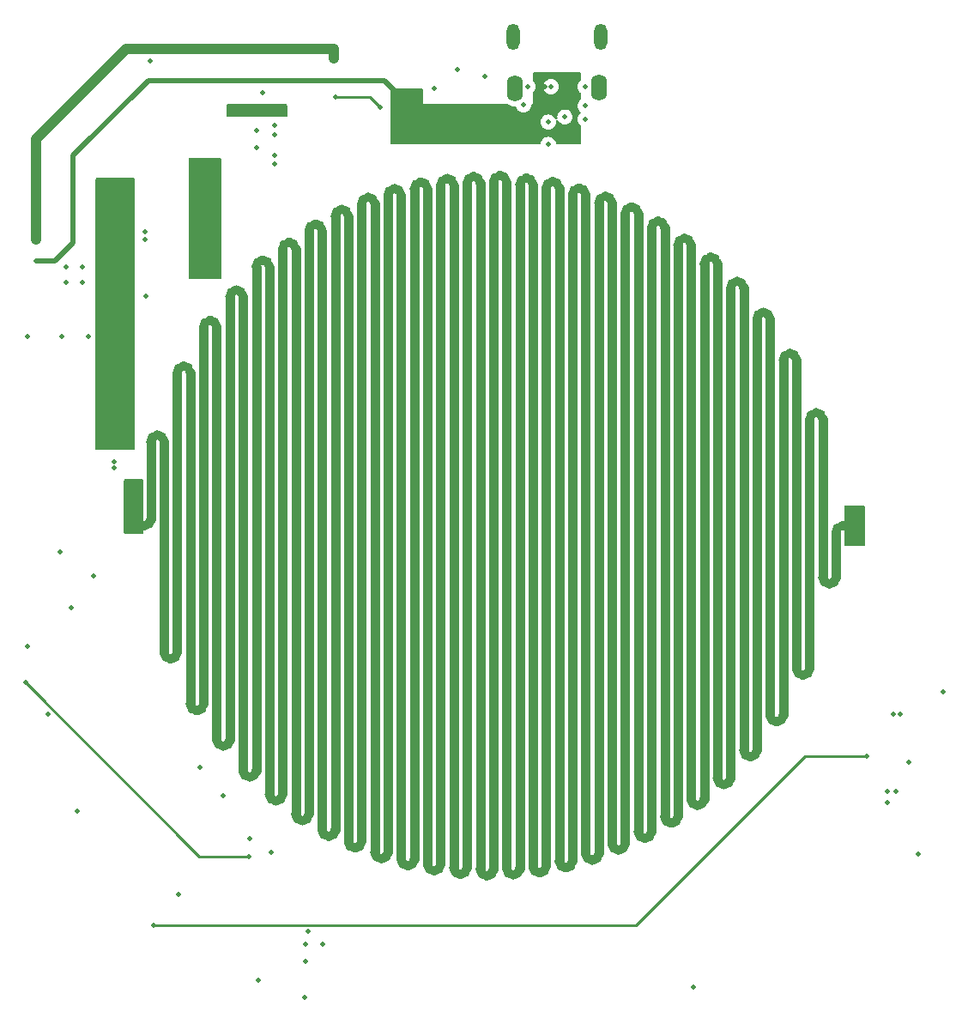
<source format=gbr>
%TF.GenerationSoftware,KiCad,Pcbnew,7.0.2*%
%TF.CreationDate,2024-06-02T17:27:24+02:00*%
%TF.ProjectId,Podgrzewacz,506f6467-727a-4657-9761-637a2e6b6963,rev?*%
%TF.SameCoordinates,Original*%
%TF.FileFunction,Copper,L3,Inr*%
%TF.FilePolarity,Positive*%
%FSLAX46Y46*%
G04 Gerber Fmt 4.6, Leading zero omitted, Abs format (unit mm)*
G04 Created by KiCad (PCBNEW 7.0.2) date 2024-06-02 17:27:24*
%MOMM*%
%LPD*%
G01*
G04 APERTURE LIST*
%TA.AperFunction,ComponentPad*%
%ADD10O,1.300000X2.600000*%
%TD*%
%TA.AperFunction,ComponentPad*%
%ADD11O,1.600000X2.600000*%
%TD*%
%TA.AperFunction,ViaPad*%
%ADD12C,0.500000*%
%TD*%
%TA.AperFunction,Conductor*%
%ADD13C,0.500000*%
%TD*%
%TA.AperFunction,Conductor*%
%ADD14C,1.000000*%
%TD*%
%TA.AperFunction,Conductor*%
%ADD15C,0.250000*%
%TD*%
%TA.AperFunction,Conductor*%
%ADD16C,0.900000*%
%TD*%
G04 APERTURE END LIST*
D10*
%TO.N,GND*%
%TO.C,J1*%
X160940000Y-61800000D03*
X152300000Y-61800000D03*
D11*
X160750903Y-66807377D03*
X152503200Y-66850000D03*
%TD*%
D12*
%TO.N,VOUT*%
X114500000Y-78200000D03*
X112000000Y-98100000D03*
X112000000Y-96000000D03*
X111700000Y-76400000D03*
X114300000Y-96000000D03*
X114500000Y-76400000D03*
X114300000Y-98100000D03*
X111700000Y-78200000D03*
%TO.N,+3.3V*%
X122800000Y-84700000D03*
X121100000Y-84700000D03*
X122800000Y-74500000D03*
X121000000Y-74500000D03*
%TO.N,Net-(U1-SW)*%
X129100000Y-69400000D03*
X129700000Y-68800000D03*
X124600000Y-68800000D03*
X125200000Y-69400000D03*
X129700000Y-69400000D03*
X124600000Y-69400000D03*
X129100000Y-68800000D03*
X125200000Y-68800000D03*
%TO.N,Vbus*%
X140600000Y-68700000D03*
X155416812Y-66694541D03*
X142100000Y-70400000D03*
X105200000Y-83900000D03*
X140628602Y-70371398D03*
X155220000Y-68600000D03*
X142100000Y-68700000D03*
X157920000Y-66700000D03*
X157820000Y-68600000D03*
%TO.N,CC2*%
X157420000Y-69700000D03*
X156052076Y-66684497D03*
%TO.N,SensorIN*%
X192300000Y-142400000D03*
%TO.N,Net-(IC1-VCC)*%
X134600000Y-63000000D03*
X105200000Y-81800002D03*
X105200000Y-81200000D03*
X134600000Y-63900000D03*
%TO.N,Net-(Q3-G)*%
X134800000Y-67700000D03*
X139200000Y-68700000D03*
%TO.N,SensorOUT*%
X187200000Y-132700000D03*
X116800000Y-149400000D03*
%TO.N,85DEG*%
X126250001Y-142649999D03*
X104200002Y-125500000D03*
%TO.N,GND*%
X112900000Y-103700000D03*
X153320000Y-68500000D03*
X116000000Y-81800000D03*
X131700000Y-156500000D03*
X153745001Y-66700000D03*
X108700000Y-118100000D03*
X127000000Y-72700000D03*
X116100000Y-87400000D03*
X132082791Y-149974500D03*
X186000000Y-111600000D03*
X127000000Y-71000000D03*
X108200000Y-86000000D03*
X119300000Y-146400000D03*
X108200000Y-84500000D03*
X170100000Y-155500000D03*
X109800000Y-84500000D03*
X144500000Y-66900000D03*
X186000000Y-110700000D03*
X189200000Y-136200000D03*
X159420000Y-66700000D03*
X121400000Y-133800000D03*
X128400000Y-142200000D03*
X110400000Y-91300000D03*
X128800000Y-74300000D03*
X123700000Y-136600000D03*
X128800000Y-70500000D03*
X186000000Y-108500000D03*
X114300000Y-109100000D03*
X107600000Y-112600000D03*
X104400000Y-91300000D03*
X116500000Y-64200000D03*
X127200000Y-154800000D03*
X109800000Y-86000000D03*
X155770500Y-72400000D03*
X159420000Y-68600000D03*
X104400000Y-121900000D03*
X126300000Y-140900000D03*
X106400000Y-128600000D03*
X194700000Y-126400000D03*
X109300000Y-138200000D03*
X116000000Y-81000000D03*
X114300000Y-106800000D03*
X131800000Y-153000000D03*
X128800000Y-73500000D03*
X128800000Y-71400000D03*
X159420000Y-69900000D03*
X127600000Y-67300000D03*
X189800000Y-128600000D03*
X112900000Y-104300000D03*
X114300000Y-108000000D03*
X186000000Y-109300000D03*
X190500000Y-128600000D03*
X155770500Y-70200000D03*
X114300000Y-105700000D03*
X189200000Y-137300000D03*
X110900000Y-115000000D03*
X149500000Y-65700000D03*
X191300000Y-133300000D03*
X133500000Y-151300000D03*
X107800000Y-91300000D03*
X131800000Y-151300000D03*
X146800000Y-65000000D03*
X190100000Y-136200000D03*
%TD*%
D13*
%TO.N,Vbus*%
X139600000Y-66100000D02*
X140600000Y-67100000D01*
X105200000Y-83900000D02*
X107100000Y-83900000D01*
X140600000Y-67100000D02*
X140600000Y-70342796D01*
X108900000Y-73500000D02*
X116300000Y-66100000D01*
X140628602Y-71771398D02*
X140628602Y-70371398D01*
X140600000Y-70342796D02*
X140628602Y-70371398D01*
X116300000Y-66100000D02*
X139600000Y-66100000D01*
X107100000Y-83900000D02*
X108900000Y-82100000D01*
X108900000Y-82100000D02*
X108900000Y-73500000D01*
D14*
%TO.N,Net-(IC1-VCC)*%
X105200000Y-71900000D02*
X105200000Y-81800002D01*
X114100000Y-63000000D02*
X105200000Y-71900000D01*
X134600000Y-63900000D02*
X134600000Y-63000000D01*
X134600000Y-63000000D02*
X114100000Y-63000000D01*
D15*
%TO.N,Net-(Q3-G)*%
X134800000Y-67700000D02*
X138200000Y-67700000D01*
X138200000Y-67700000D02*
X139200000Y-68700000D01*
%TO.N,SensorOUT*%
X116800000Y-149400000D02*
X164400000Y-149400000D01*
X164400000Y-149400000D02*
X181100000Y-132700000D01*
X181100000Y-132700000D02*
X187200000Y-132700000D01*
%TO.N,85DEG*%
X104200000Y-125500000D02*
X121350000Y-142650000D01*
X121350000Y-142650000D02*
X126250000Y-142650000D01*
D16*
%TO.N,GND*%
X138650000Y-78250000D02*
X138650000Y-110000000D01*
X145150000Y-143400000D02*
X145150000Y-110000000D01*
X115550000Y-110000000D02*
X115450000Y-110000000D01*
X126950000Y-110000000D02*
X126950000Y-84450000D01*
X164650000Y-110000000D02*
X164650000Y-140200000D01*
X125650000Y-87400000D02*
X125650000Y-110000000D01*
X142550000Y-110000000D02*
X142550000Y-76750000D01*
X136050000Y-79450000D02*
X136050000Y-110000000D01*
X158150000Y-143100000D02*
X158150000Y-110000000D01*
X176350000Y-132150000D02*
X176350000Y-110000000D01*
X129550000Y-110000000D02*
X129550000Y-82700000D01*
X124350000Y-110000000D02*
X124350000Y-87400000D01*
X139950000Y-110000000D02*
X139950000Y-77400000D01*
X182850000Y-99500000D02*
X182850000Y-110000000D01*
X137350000Y-141150000D02*
X137350000Y-110000000D01*
X176350000Y-110000000D02*
X176350000Y-89600000D01*
X171150000Y-136950000D02*
X171150000Y-110000000D01*
X129550000Y-136500000D02*
X129550000Y-110000000D01*
X184800000Y-110000000D02*
X185900000Y-110000000D01*
X137350000Y-110000000D02*
X137350000Y-78250000D01*
X128250000Y-84450000D02*
X128250000Y-110000000D01*
X136050000Y-110000000D02*
X136050000Y-141150000D01*
X181550000Y-124100000D02*
X181550000Y-110000000D01*
X168550000Y-138700000D02*
X168550000Y-110000000D01*
X177650000Y-89600000D02*
X177650000Y-110000000D01*
X117850000Y-101700000D02*
X117850000Y-109350000D01*
X119150000Y-110000000D02*
X119150000Y-94900000D01*
X132150000Y-138450000D02*
X132150000Y-110000000D01*
X168550000Y-110000000D02*
X168550000Y-82300000D01*
X162050000Y-78150000D02*
X162050000Y-110000000D01*
X163350000Y-141350000D02*
X163350000Y-110000000D01*
X138650000Y-110000000D02*
X138650000Y-142200000D01*
X165950000Y-110000000D02*
X165950000Y-80600000D01*
X139950000Y-142200000D02*
X139950000Y-110000000D01*
X150350000Y-110000000D02*
X150350000Y-76100000D01*
X152950000Y-143800000D02*
X152950000Y-110000000D01*
X155550000Y-143600000D02*
X155550000Y-110000000D01*
X156850000Y-76700000D02*
X156850000Y-110000000D01*
X165950000Y-140200000D02*
X165950000Y-110000000D01*
X155550000Y-110000000D02*
X155550000Y-76700000D01*
X181550000Y-110000000D02*
X181550000Y-99500000D01*
X149050000Y-110000000D02*
X149050000Y-143900000D01*
X160750000Y-110000000D02*
X160750000Y-78150000D01*
X158150000Y-110000000D02*
X158150000Y-77350000D01*
X150350000Y-143900000D02*
X150350000Y-110000000D01*
X162050000Y-110000000D02*
X162050000Y-141350000D01*
X123050000Y-90400000D02*
X123050000Y-110000000D01*
X154250000Y-76350000D02*
X154250000Y-110000000D01*
X120450000Y-110000000D02*
X120450000Y-127600000D01*
X171150000Y-110000000D02*
X171150000Y-84150000D01*
X182850000Y-110000000D02*
X182850000Y-115100000D01*
X164650000Y-79200000D02*
X164650000Y-110000000D01*
X145150000Y-110000000D02*
X145150000Y-76400000D01*
X146450000Y-76400000D02*
X146450000Y-110000000D01*
X124350000Y-131100000D02*
X124350000Y-110000000D01*
X133450000Y-80900000D02*
X133450000Y-110000000D01*
X125650000Y-110000000D02*
X125650000Y-134150000D01*
X142550000Y-142900000D02*
X142550000Y-110000000D01*
X167250000Y-80600000D02*
X167250000Y-110000000D01*
X117850000Y-109350000D02*
X117850000Y-122500000D01*
X175050000Y-86550000D02*
X175050000Y-110000000D01*
X169850000Y-110000000D02*
X169850000Y-136950000D01*
X180250000Y-110000000D02*
X180250000Y-124100000D01*
X154250000Y-110000000D02*
X154250000Y-143600000D01*
X163350000Y-110000000D02*
X163350000Y-79200000D01*
X156850000Y-110000000D02*
X156850000Y-143100000D01*
X177650000Y-110000000D02*
X177650000Y-128700000D01*
X120450000Y-94900000D02*
X120450000Y-110000000D01*
X121750000Y-127600000D02*
X121750000Y-110000000D01*
X178950000Y-128700000D02*
X178950000Y-110000000D01*
X146450000Y-110000000D02*
X146450000Y-143750000D01*
X143850000Y-110000000D02*
X143850000Y-143400000D01*
X147750000Y-143750000D02*
X147750000Y-110000000D01*
X126950000Y-134150000D02*
X126950000Y-110000000D01*
X173750000Y-134900000D02*
X173750000Y-110000000D01*
X152950000Y-110000000D02*
X152950000Y-76350000D01*
X143850000Y-76750000D02*
X143850000Y-110000000D01*
X141250000Y-110000000D02*
X141250000Y-142900000D01*
X173750000Y-110000000D02*
X173750000Y-86550000D01*
X123050000Y-110000000D02*
X123050000Y-131100000D01*
X133450000Y-110000000D02*
X133450000Y-140000000D01*
X172450000Y-110000000D02*
X172450000Y-134900000D01*
X169850000Y-82300000D02*
X169850000Y-110000000D01*
X141250000Y-77400000D02*
X141250000Y-110000000D01*
X121750000Y-110000000D02*
X121750000Y-90400000D01*
X151650000Y-76100000D02*
X151650000Y-110000000D01*
X159450000Y-110000000D02*
X159450000Y-142350000D01*
X159450000Y-77350000D02*
X159450000Y-110000000D01*
X130850000Y-82700000D02*
X130850000Y-110000000D01*
X128250000Y-110000000D02*
X128250000Y-136500000D01*
X149050000Y-76200000D02*
X149050000Y-110000000D01*
X175050000Y-110000000D02*
X175050000Y-132150000D01*
X115900000Y-110000000D02*
X115550000Y-110000000D01*
X147750000Y-110000000D02*
X147750000Y-76200000D01*
X134750000Y-140000000D02*
X134750000Y-110000000D01*
X151650000Y-110000000D02*
X151650000Y-143800000D01*
X180250000Y-93650000D02*
X180250000Y-110000000D01*
X178950000Y-110000000D02*
X178950000Y-93650000D01*
X160750000Y-142350000D02*
X160750000Y-110000000D01*
X116550000Y-109350000D02*
X116550000Y-101700000D01*
X132150000Y-110000000D02*
X132150000Y-80900000D01*
X167250000Y-110000000D02*
X167250000Y-138700000D01*
X172450000Y-84150000D02*
X172450000Y-110000000D01*
X130850000Y-110000000D02*
X130850000Y-138450000D01*
X119150000Y-122500000D02*
X119150000Y-110000000D01*
X134750000Y-110000000D02*
X134750000Y-79450000D01*
X184150000Y-115100000D02*
X184150000Y-110650000D01*
X145800000Y-75750000D02*
G75*
G03*
X145150000Y-76400000I0J-650000D01*
G01*
X174400000Y-85900000D02*
G75*
G03*
X173750000Y-86550000I0J-650000D01*
G01*
X159450000Y-142350000D02*
G75*
G03*
X160100000Y-143000000I650000J0D01*
G01*
X136050000Y-79450000D02*
G75*
G03*
X135400000Y-78800000I-650000J0D01*
G01*
X161400000Y-77500000D02*
G75*
G03*
X160750000Y-78150000I0J-650000D01*
G01*
X147100000Y-144400000D02*
G75*
G03*
X147750000Y-143750000I0J650000D01*
G01*
X127600000Y-83800000D02*
G75*
G03*
X126950000Y-84450000I0J-650000D01*
G01*
X128250000Y-84450000D02*
G75*
G03*
X127600000Y-83800000I-650000J0D01*
G01*
X149050000Y-143900000D02*
G75*
G03*
X149700000Y-144550000I650000J0D01*
G01*
X162050000Y-141350000D02*
G75*
G03*
X162700000Y-142000000I650000J0D01*
G01*
X164000000Y-78550000D02*
G75*
G03*
X163350000Y-79200000I0J-650000D01*
G01*
X139300000Y-142850000D02*
G75*
G03*
X139950000Y-142200000I0J650000D01*
G01*
X120450000Y-94900000D02*
G75*
G03*
X119800000Y-94250000I-650000J0D01*
G01*
X141900000Y-143550000D02*
G75*
G03*
X142550000Y-142900000I0J650000D01*
G01*
X143850000Y-76750000D02*
G75*
G03*
X143200000Y-76100000I-650000J0D01*
G01*
X121100000Y-128250000D02*
G75*
G03*
X121750000Y-127600000I0J650000D01*
G01*
X141250000Y-77400000D02*
G75*
G03*
X140600000Y-76750000I-650000J0D01*
G01*
X152300000Y-144450000D02*
G75*
G03*
X152950000Y-143800000I0J650000D01*
G01*
X175050000Y-132150000D02*
G75*
G03*
X175700000Y-132800000I650000J0D01*
G01*
X159450000Y-77350000D02*
G75*
G03*
X158800000Y-76700000I-650000J0D01*
G01*
X172450000Y-134900000D02*
G75*
G03*
X173100000Y-135550000I650000J0D01*
G01*
X125650000Y-134150000D02*
G75*
G03*
X126300000Y-134800000I650000J0D01*
G01*
X182200000Y-98850000D02*
G75*
G03*
X181550000Y-99500000I0J-650000D01*
G01*
X136050000Y-141150000D02*
G75*
G03*
X136700000Y-141800000I650000J0D01*
G01*
X157500000Y-143750000D02*
G75*
G03*
X158150000Y-143100000I0J650000D01*
G01*
X173100000Y-135550000D02*
G75*
G03*
X173750000Y-134900000I0J650000D01*
G01*
X180250000Y-124100000D02*
G75*
G03*
X180900000Y-124750000I650000J0D01*
G01*
X171800000Y-83500000D02*
G75*
G03*
X171150000Y-84150000I0J-650000D01*
G01*
X138000000Y-77600000D02*
G75*
G03*
X137350000Y-78250000I0J-650000D01*
G01*
X122400000Y-89750000D02*
G75*
G03*
X121750000Y-90400000I0J-650000D01*
G01*
X182850000Y-99500000D02*
G75*
G03*
X182200000Y-98850000I-650000J0D01*
G01*
X182850000Y-115100000D02*
G75*
G03*
X183500000Y-115750000I650000J0D01*
G01*
X154900000Y-144250000D02*
G75*
G03*
X155550000Y-143600000I0J650000D01*
G01*
X151000000Y-75450000D02*
G75*
G03*
X150350000Y-76100000I0J-650000D01*
G01*
X136700000Y-141800000D02*
G75*
G03*
X137350000Y-141150000I0J650000D01*
G01*
X140600000Y-76750000D02*
G75*
G03*
X139950000Y-77400000I0J-650000D01*
G01*
X154250000Y-143600000D02*
G75*
G03*
X154900000Y-144250000I650000J0D01*
G01*
X162700000Y-142000000D02*
G75*
G03*
X163350000Y-141350000I0J650000D01*
G01*
X158800000Y-76700000D02*
G75*
G03*
X158150000Y-77350000I0J-650000D01*
G01*
X117200000Y-101050000D02*
G75*
G03*
X116550000Y-101700000I0J-650000D01*
G01*
X133450000Y-80900000D02*
G75*
G03*
X132800000Y-80250000I-650000J0D01*
G01*
X119800000Y-94250000D02*
G75*
G03*
X119150000Y-94900000I0J-650000D01*
G01*
X118500000Y-123150000D02*
G75*
G03*
X119150000Y-122500000I0J650000D01*
G01*
X154250000Y-76350000D02*
G75*
G03*
X153600000Y-75700000I-650000J0D01*
G01*
X177650000Y-89600000D02*
G75*
G03*
X177000000Y-88950000I-650000J0D01*
G01*
X130200000Y-82050000D02*
G75*
G03*
X129550000Y-82700000I0J-650000D01*
G01*
X169850000Y-82300000D02*
G75*
G03*
X169200000Y-81650000I-650000J0D01*
G01*
X156850000Y-143100000D02*
G75*
G03*
X157500000Y-143750000I650000J0D01*
G01*
X123050000Y-131100000D02*
G75*
G03*
X123700000Y-131750000I650000J0D01*
G01*
X125000000Y-86750000D02*
G75*
G03*
X124350000Y-87400000I0J-650000D01*
G01*
X178300000Y-129350000D02*
G75*
G03*
X178950000Y-128700000I0J650000D01*
G01*
X184800000Y-110000000D02*
G75*
G03*
X184150000Y-110650000I0J-650000D01*
G01*
X167250000Y-80600000D02*
G75*
G03*
X166600000Y-79950000I-650000J0D01*
G01*
X143850000Y-143400000D02*
G75*
G03*
X144500000Y-144050000I650000J0D01*
G01*
X123700000Y-131750000D02*
G75*
G03*
X124350000Y-131100000I0J650000D01*
G01*
X164650000Y-140200000D02*
G75*
G03*
X165300000Y-140850000I650000J0D01*
G01*
X138650000Y-142200000D02*
G75*
G03*
X139300000Y-142850000I650000J0D01*
G01*
X125650000Y-87400000D02*
G75*
G03*
X125000000Y-86750000I-650000J0D01*
G01*
X146450000Y-76400000D02*
G75*
G03*
X145800000Y-75750000I-650000J0D01*
G01*
X160100000Y-143000000D02*
G75*
G03*
X160750000Y-142350000I0J650000D01*
G01*
X128900000Y-137150000D02*
G75*
G03*
X129550000Y-136500000I0J650000D01*
G01*
X164650000Y-79200000D02*
G75*
G03*
X164000000Y-78550000I-650000J0D01*
G01*
X138650000Y-78250000D02*
G75*
G03*
X138000000Y-77600000I-650000J0D01*
G01*
X120450000Y-127600000D02*
G75*
G03*
X121100000Y-128250000I650000J0D01*
G01*
X167250000Y-138700000D02*
G75*
G03*
X167900000Y-139350000I650000J0D01*
G01*
X156200000Y-76050000D02*
G75*
G03*
X155550000Y-76700000I0J-650000D01*
G01*
X169850000Y-136950000D02*
G75*
G03*
X170500000Y-137600000I650000J0D01*
G01*
X144500000Y-144050000D02*
G75*
G03*
X145150000Y-143400000I0J650000D01*
G01*
X167900000Y-139350000D02*
G75*
G03*
X168550000Y-138700000I0J650000D01*
G01*
X162050000Y-78150000D02*
G75*
G03*
X161400000Y-77500000I-650000J0D01*
G01*
X115900000Y-110000000D02*
G75*
G03*
X116550000Y-109350000I0J650000D01*
G01*
X180250000Y-93650000D02*
G75*
G03*
X179600000Y-93000000I-650000J0D01*
G01*
X134100000Y-140650000D02*
G75*
G03*
X134750000Y-140000000I0J650000D01*
G01*
X175700000Y-132800000D02*
G75*
G03*
X176350000Y-132150000I0J650000D01*
G01*
X135400000Y-78800000D02*
G75*
G03*
X134750000Y-79450000I0J-650000D01*
G01*
X141250000Y-142900000D02*
G75*
G03*
X141900000Y-143550000I650000J0D01*
G01*
X177000000Y-88950000D02*
G75*
G03*
X176350000Y-89600000I0J-650000D01*
G01*
X175050000Y-86550000D02*
G75*
G03*
X174400000Y-85900000I-650000J0D01*
G01*
X180900000Y-124750000D02*
G75*
G03*
X181550000Y-124100000I0J650000D01*
G01*
X131500000Y-139100000D02*
G75*
G03*
X132150000Y-138450000I0J650000D01*
G01*
X153600000Y-75700000D02*
G75*
G03*
X152950000Y-76350000I0J-650000D01*
G01*
X128250000Y-136500000D02*
G75*
G03*
X128900000Y-137150000I650000J0D01*
G01*
X148400000Y-75550000D02*
G75*
G03*
X147750000Y-76200000I0J-650000D01*
G01*
X179600000Y-93000000D02*
G75*
G03*
X178950000Y-93650000I0J-650000D01*
G01*
X165300000Y-140850000D02*
G75*
G03*
X165950000Y-140200000I0J650000D01*
G01*
X126300000Y-134800000D02*
G75*
G03*
X126950000Y-134150000I0J650000D01*
G01*
X149050000Y-76200000D02*
G75*
G03*
X148400000Y-75550000I-650000J0D01*
G01*
X130850000Y-82700000D02*
G75*
G03*
X130200000Y-82050000I-650000J0D01*
G01*
X151650000Y-76100000D02*
G75*
G03*
X151000000Y-75450000I-650000J0D01*
G01*
X172450000Y-84150000D02*
G75*
G03*
X171800000Y-83500000I-650000J0D01*
G01*
X169200000Y-81650000D02*
G75*
G03*
X168550000Y-82300000I0J-650000D01*
G01*
X123050000Y-90400000D02*
G75*
G03*
X122400000Y-89750000I-650000J0D01*
G01*
X146450000Y-143750000D02*
G75*
G03*
X147100000Y-144400000I650000J0D01*
G01*
X132800000Y-80250000D02*
G75*
G03*
X132150000Y-80900000I0J-650000D01*
G01*
X151650000Y-143800000D02*
G75*
G03*
X152300000Y-144450000I650000J0D01*
G01*
X170500000Y-137600000D02*
G75*
G03*
X171150000Y-136950000I0J650000D01*
G01*
X130850000Y-138450000D02*
G75*
G03*
X131500000Y-139100000I650000J0D01*
G01*
X149700000Y-144550000D02*
G75*
G03*
X150350000Y-143900000I0J650000D01*
G01*
X117850000Y-101700000D02*
G75*
G03*
X117200000Y-101050000I-650000J0D01*
G01*
X117850000Y-122500000D02*
G75*
G03*
X118500000Y-123150000I650000J0D01*
G01*
X183500000Y-115750000D02*
G75*
G03*
X184150000Y-115100000I0J650000D01*
G01*
X156850000Y-76700000D02*
G75*
G03*
X156200000Y-76050000I-650000J0D01*
G01*
X166600000Y-79950000D02*
G75*
G03*
X165950000Y-80600000I0J-650000D01*
G01*
X177650000Y-128700000D02*
G75*
G03*
X178300000Y-129350000I650000J0D01*
G01*
X143200000Y-76100000D02*
G75*
G03*
X142550000Y-76750000I0J-650000D01*
G01*
X133450000Y-140000000D02*
G75*
G03*
X134100000Y-140650000I650000J0D01*
G01*
%TD*%
%TA.AperFunction,Conductor*%
%TO.N,VOUT*%
G36*
X114943039Y-75719685D02*
G01*
X114988794Y-75772489D01*
X115000000Y-75824000D01*
X115000000Y-102376000D01*
X114980315Y-102443039D01*
X114927511Y-102488794D01*
X114876000Y-102500000D01*
X111224000Y-102500000D01*
X111156961Y-102480315D01*
X111111206Y-102427511D01*
X111100000Y-102376000D01*
X111100000Y-75824000D01*
X111119685Y-75756961D01*
X111172489Y-75711206D01*
X111224000Y-75700000D01*
X114876000Y-75700000D01*
X114943039Y-75719685D01*
G37*
%TD.AperFunction*%
%TD*%
%TA.AperFunction,Conductor*%
%TO.N,GND*%
G36*
X186943039Y-108019685D02*
G01*
X186988794Y-108072489D01*
X187000000Y-108124000D01*
X187000000Y-111876000D01*
X186980315Y-111943039D01*
X186927511Y-111988794D01*
X186876000Y-112000000D01*
X185124000Y-112000000D01*
X185056961Y-111980315D01*
X185011206Y-111927511D01*
X185000000Y-111876000D01*
X185000000Y-108124000D01*
X185019685Y-108056961D01*
X185072489Y-108011206D01*
X185124000Y-108000000D01*
X186876000Y-108000000D01*
X186943039Y-108019685D01*
G37*
%TD.AperFunction*%
%TD*%
%TA.AperFunction,Conductor*%
%TO.N,GND*%
G36*
X115743039Y-105419685D02*
G01*
X115788794Y-105472489D01*
X115800000Y-105524000D01*
X115800000Y-110676000D01*
X115780315Y-110743039D01*
X115727511Y-110788794D01*
X115676000Y-110800000D01*
X114024000Y-110800000D01*
X113956961Y-110780315D01*
X113911206Y-110727511D01*
X113900000Y-110676000D01*
X113900000Y-105524000D01*
X113919685Y-105456961D01*
X113972489Y-105411206D01*
X114024000Y-105400000D01*
X115676000Y-105400000D01*
X115743039Y-105419685D01*
G37*
%TD.AperFunction*%
%TD*%
%TA.AperFunction,Conductor*%
%TO.N,Net-(U1-SW)*%
G36*
X129943039Y-68419685D02*
G01*
X129988794Y-68472489D01*
X130000000Y-68524000D01*
X130000000Y-69576000D01*
X129980315Y-69643039D01*
X129927511Y-69688794D01*
X129876000Y-69700000D01*
X124124000Y-69700000D01*
X124056961Y-69680315D01*
X124011206Y-69627511D01*
X124000000Y-69576000D01*
X124000000Y-68524000D01*
X124019685Y-68456961D01*
X124072489Y-68411206D01*
X124124000Y-68400000D01*
X129876000Y-68400000D01*
X129943039Y-68419685D01*
G37*
%TD.AperFunction*%
%TD*%
%TA.AperFunction,Conductor*%
%TO.N,+3.3V*%
G36*
X123443039Y-73719685D02*
G01*
X123488794Y-73772489D01*
X123500000Y-73824000D01*
X123500000Y-85576000D01*
X123480315Y-85643039D01*
X123427511Y-85688794D01*
X123376000Y-85700000D01*
X120424000Y-85700000D01*
X120356961Y-85680315D01*
X120311206Y-85627511D01*
X120300000Y-85576000D01*
X120300000Y-73824000D01*
X120319685Y-73756961D01*
X120372489Y-73711206D01*
X120424000Y-73700000D01*
X123376000Y-73700000D01*
X123443039Y-73719685D01*
G37*
%TD.AperFunction*%
%TD*%
%TA.AperFunction,Conductor*%
%TO.N,Vbus*%
G36*
X158963039Y-65319685D02*
G01*
X159008794Y-65372489D01*
X159020000Y-65424000D01*
X159020000Y-65996447D01*
X159000315Y-66063486D01*
X158961975Y-66101439D01*
X158949109Y-66109523D01*
X158829524Y-66229108D01*
X158739544Y-66372310D01*
X158683686Y-66531943D01*
X158664750Y-66700000D01*
X158683686Y-66868056D01*
X158683686Y-66868058D01*
X158683687Y-66868059D01*
X158739544Y-67027690D01*
X158829523Y-67170890D01*
X158949110Y-67290477D01*
X158961970Y-67298557D01*
X159008262Y-67350889D01*
X159020000Y-67403552D01*
X159020000Y-67896447D01*
X159000315Y-67963486D01*
X158961975Y-68001439D01*
X158949109Y-68009523D01*
X158829524Y-68129108D01*
X158739544Y-68272310D01*
X158683686Y-68431943D01*
X158664750Y-68600000D01*
X158683686Y-68768056D01*
X158683686Y-68768058D01*
X158683687Y-68768059D01*
X158739544Y-68927690D01*
X158829523Y-69070890D01*
X158920952Y-69162319D01*
X158954436Y-69223643D01*
X158949452Y-69293334D01*
X158920952Y-69337681D01*
X158829523Y-69429110D01*
X158739544Y-69572310D01*
X158683686Y-69731943D01*
X158664750Y-69900000D01*
X158683686Y-70068056D01*
X158683686Y-70068058D01*
X158683687Y-70068059D01*
X158739544Y-70227690D01*
X158829523Y-70370890D01*
X158949110Y-70490477D01*
X158961970Y-70498557D01*
X159008262Y-70550889D01*
X159020000Y-70603552D01*
X159020000Y-72276000D01*
X159000315Y-72343039D01*
X158947511Y-72388794D01*
X158896000Y-72400000D01*
X156636562Y-72400000D01*
X156569523Y-72380315D01*
X156523768Y-72327511D01*
X156513342Y-72289884D01*
X156506813Y-72231943D01*
X156506813Y-72231941D01*
X156450956Y-72072310D01*
X156360977Y-71929110D01*
X156241390Y-71809523D01*
X156098190Y-71719544D01*
X155938559Y-71663687D01*
X155938558Y-71663686D01*
X155938556Y-71663686D01*
X155770500Y-71644750D01*
X155602443Y-71663686D01*
X155442810Y-71719544D01*
X155299608Y-71809524D01*
X155180024Y-71929108D01*
X155090044Y-72072310D01*
X155034186Y-72231943D01*
X155027658Y-72289884D01*
X155000591Y-72354298D01*
X154942996Y-72393853D01*
X154904438Y-72400000D01*
X140344000Y-72400000D01*
X140276961Y-72380315D01*
X140231206Y-72327511D01*
X140220000Y-72276000D01*
X140220000Y-70200000D01*
X155015250Y-70200000D01*
X155034186Y-70368056D01*
X155034186Y-70368058D01*
X155034187Y-70368059D01*
X155090044Y-70527690D01*
X155180023Y-70670890D01*
X155299610Y-70790477D01*
X155442810Y-70880456D01*
X155602441Y-70936313D01*
X155770500Y-70955249D01*
X155938559Y-70936313D01*
X156098190Y-70880456D01*
X156241390Y-70790477D01*
X156360977Y-70670890D01*
X156450956Y-70527690D01*
X156506813Y-70368059D01*
X156525749Y-70200000D01*
X156516206Y-70115306D01*
X156528260Y-70046485D01*
X156575608Y-69995105D01*
X156643219Y-69977480D01*
X156709625Y-69999206D01*
X156744419Y-70035449D01*
X156794598Y-70115307D01*
X156829523Y-70170890D01*
X156949110Y-70290477D01*
X157092310Y-70380456D01*
X157251941Y-70436313D01*
X157420000Y-70455249D01*
X157588059Y-70436313D01*
X157747690Y-70380456D01*
X157890890Y-70290477D01*
X158010477Y-70170890D01*
X158100456Y-70027690D01*
X158156313Y-69868059D01*
X158175249Y-69700000D01*
X158156313Y-69531941D01*
X158100456Y-69372310D01*
X158010477Y-69229110D01*
X157890890Y-69109523D01*
X157747690Y-69019544D01*
X157588059Y-68963687D01*
X157588058Y-68963686D01*
X157588056Y-68963686D01*
X157420000Y-68944750D01*
X157251943Y-68963686D01*
X157092310Y-69019544D01*
X156949108Y-69109524D01*
X156829524Y-69229108D01*
X156739544Y-69372310D01*
X156683686Y-69531943D01*
X156664750Y-69700000D01*
X156674293Y-69784693D01*
X156662239Y-69853515D01*
X156614890Y-69904895D01*
X156547279Y-69922519D01*
X156480873Y-69900793D01*
X156446079Y-69864549D01*
X156395902Y-69784693D01*
X156360977Y-69729110D01*
X156241390Y-69609523D01*
X156098190Y-69519544D01*
X155938559Y-69463687D01*
X155938558Y-69463686D01*
X155938556Y-69463686D01*
X155770499Y-69444750D01*
X155602443Y-69463686D01*
X155442810Y-69519544D01*
X155299608Y-69609524D01*
X155180024Y-69729108D01*
X155090044Y-69872310D01*
X155034186Y-70031943D01*
X155015250Y-70200000D01*
X140220000Y-70200000D01*
X140220000Y-67024000D01*
X140239685Y-66956961D01*
X140292489Y-66911206D01*
X140344000Y-66900000D01*
X143296000Y-66900000D01*
X143363039Y-66919685D01*
X143408794Y-66972489D01*
X143420000Y-67024000D01*
X143420000Y-68400000D01*
X151696305Y-68400000D01*
X151763344Y-68419685D01*
X151767428Y-68422425D01*
X151850464Y-68480567D01*
X151850465Y-68480567D01*
X151850466Y-68480568D01*
X152056704Y-68576739D01*
X152276508Y-68635635D01*
X152501900Y-68655354D01*
X152566969Y-68680806D01*
X152607948Y-68737397D01*
X152608134Y-68737927D01*
X152639542Y-68827687D01*
X152639544Y-68827690D01*
X152729523Y-68970890D01*
X152849110Y-69090477D01*
X152992310Y-69180456D01*
X153151941Y-69236313D01*
X153320000Y-69255249D01*
X153488059Y-69236313D01*
X153647690Y-69180456D01*
X153790890Y-69090477D01*
X153910477Y-68970890D01*
X154000456Y-68827690D01*
X154056313Y-68668059D01*
X154063982Y-68600000D01*
X154074110Y-68510116D01*
X154101177Y-68445702D01*
X154158772Y-68406147D01*
X154197330Y-68400000D01*
X154220000Y-68400000D01*
X154220000Y-67337730D01*
X154239685Y-67270691D01*
X154256319Y-67250049D01*
X154278678Y-67227690D01*
X154335478Y-67170890D01*
X154425457Y-67027690D01*
X154481314Y-66868059D01*
X154500250Y-66700000D01*
X154498503Y-66684497D01*
X155296826Y-66684497D01*
X155315762Y-66852553D01*
X155315762Y-66852555D01*
X155315763Y-66852556D01*
X155371620Y-67012187D01*
X155461599Y-67155387D01*
X155581186Y-67274974D01*
X155724386Y-67364953D01*
X155884017Y-67420810D01*
X156052076Y-67439746D01*
X156220135Y-67420810D01*
X156379766Y-67364953D01*
X156522966Y-67274974D01*
X156642553Y-67155387D01*
X156732532Y-67012187D01*
X156788389Y-66852556D01*
X156807325Y-66684497D01*
X156788389Y-66516438D01*
X156732532Y-66356807D01*
X156642553Y-66213607D01*
X156522966Y-66094020D01*
X156379766Y-66004041D01*
X156220135Y-65948184D01*
X156220134Y-65948183D01*
X156220132Y-65948183D01*
X156052076Y-65929247D01*
X155884019Y-65948183D01*
X155724386Y-66004041D01*
X155581184Y-66094021D01*
X155461600Y-66213605D01*
X155371620Y-66356807D01*
X155315762Y-66516440D01*
X155296826Y-66684497D01*
X154498503Y-66684497D01*
X154481314Y-66531941D01*
X154425457Y-66372310D01*
X154335478Y-66229110D01*
X154256318Y-66149950D01*
X154222834Y-66088626D01*
X154220000Y-66062269D01*
X154220000Y-65424000D01*
X154239685Y-65356961D01*
X154292489Y-65311206D01*
X154344000Y-65300000D01*
X158896000Y-65300000D01*
X158963039Y-65319685D01*
G37*
%TD.AperFunction*%
%TD*%
M02*

</source>
